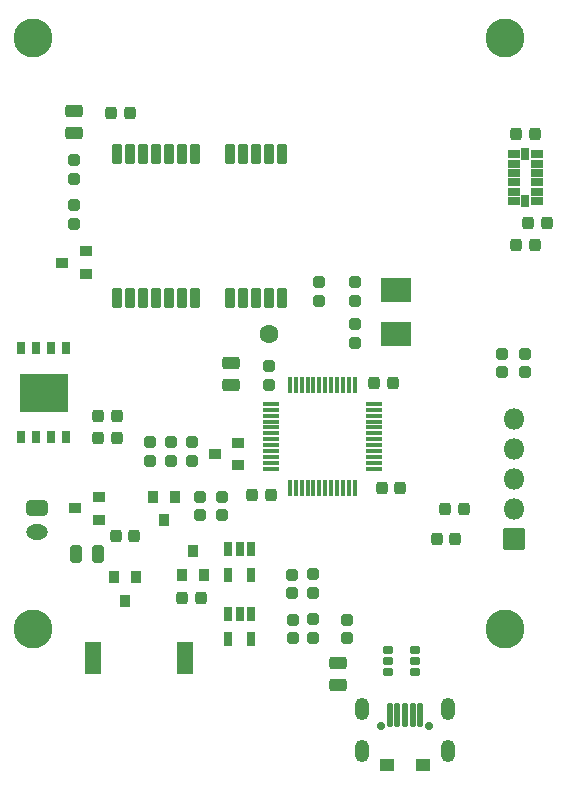
<source format=gbr>
%TF.GenerationSoftware,KiCad,Pcbnew,6.0.11+dfsg-1*%
%TF.CreationDate,2024-04-11T02:19:39+03:00*%
%TF.ProjectId,LocalTrack,4c6f6361-6c54-4726-9163-6b2e6b696361,1.3*%
%TF.SameCoordinates,PX7270e00PY47868c0*%
%TF.FileFunction,Soldermask,Top*%
%TF.FilePolarity,Negative*%
%FSLAX46Y46*%
G04 Gerber Fmt 4.6, Leading zero omitted, Abs format (unit mm)*
G04 Created by KiCad (PCBNEW 6.0.11+dfsg-1) date 2024-04-11 02:19:39*
%MOMM*%
%LPD*%
G01*
G04 APERTURE LIST*
G04 Aperture macros list*
%AMRoundRect*
0 Rectangle with rounded corners*
0 $1 Rounding radius*
0 $2 $3 $4 $5 $6 $7 $8 $9 X,Y pos of 4 corners*
0 Add a 4 corners polygon primitive as box body*
4,1,4,$2,$3,$4,$5,$6,$7,$8,$9,$2,$3,0*
0 Add four circle primitives for the rounded corners*
1,1,$1+$1,$2,$3*
1,1,$1+$1,$4,$5*
1,1,$1+$1,$6,$7*
1,1,$1+$1,$8,$9*
0 Add four rect primitives between the rounded corners*
20,1,$1+$1,$2,$3,$4,$5,0*
20,1,$1+$1,$4,$5,$6,$7,0*
20,1,$1+$1,$6,$7,$8,$9,0*
20,1,$1+$1,$8,$9,$2,$3,0*%
G04 Aperture macros list end*
%ADD10C,0.700000*%
%ADD11RoundRect,0.050000X-0.200000X-0.950000X0.200000X-0.950000X0.200000X0.950000X-0.200000X0.950000X0*%
%ADD12RoundRect,0.050000X-0.550000X-0.500000X0.550000X-0.500000X0.550000X0.500000X-0.550000X0.500000X0*%
%ADD13O,1.200000X1.900000*%
%ADD14RoundRect,0.050000X-0.300000X0.500000X-0.300000X-0.500000X0.300000X-0.500000X0.300000X0.500000X0*%
%ADD15RoundRect,0.050000X-2.000000X1.600000X-2.000000X-1.600000X2.000000X-1.600000X2.000000X1.600000X0*%
%ADD16RoundRect,0.050000X0.350000X-0.800000X0.350000X0.800000X-0.350000X0.800000X-0.350000X-0.800000X0*%
%ADD17C,3.300000*%
%ADD18RoundRect,0.268750X-0.218750X-0.256250X0.218750X-0.256250X0.218750X0.256250X-0.218750X0.256250X0*%
%ADD19RoundRect,0.050000X0.350000X0.255000X-0.350000X0.255000X-0.350000X-0.255000X0.350000X-0.255000X0*%
%ADD20RoundRect,0.268750X0.256250X-0.218750X0.256250X0.218750X-0.256250X0.218750X-0.256250X-0.218750X0*%
%ADD21RoundRect,0.268750X0.218750X0.256250X-0.218750X0.256250X-0.218750X-0.256250X0.218750X-0.256250X0*%
%ADD22RoundRect,0.050000X-0.125000X0.650000X-0.125000X-0.650000X0.125000X-0.650000X0.125000X0.650000X0*%
%ADD23RoundRect,0.050000X-0.650000X-0.125000X0.650000X-0.125000X0.650000X0.125000X-0.650000X0.125000X0*%
%ADD24RoundRect,0.050000X-0.325000X0.530000X-0.325000X-0.530000X0.325000X-0.530000X0.325000X0.530000X0*%
%ADD25RoundRect,0.268750X-0.256250X0.218750X-0.256250X-0.218750X0.256250X-0.218750X0.256250X0.218750X0*%
%ADD26RoundRect,0.050000X0.450000X0.400000X-0.450000X0.400000X-0.450000X-0.400000X0.450000X-0.400000X0*%
%ADD27RoundRect,0.050000X0.850000X0.850000X-0.850000X0.850000X-0.850000X-0.850000X0.850000X-0.850000X0*%
%ADD28O,1.800000X1.800000*%
%ADD29RoundRect,0.050000X0.475000X0.300000X-0.475000X0.300000X-0.475000X-0.300000X0.475000X-0.300000X0*%
%ADD30RoundRect,0.050000X0.300000X0.475000X-0.300000X0.475000X-0.300000X-0.475000X0.300000X-0.475000X0*%
%ADD31RoundRect,0.050000X1.200000X-1.000000X1.200000X1.000000X-1.200000X1.000000X-1.200000X-1.000000X0*%
%ADD32RoundRect,0.293750X0.456250X-0.243750X0.456250X0.243750X-0.456250X0.243750X-0.456250X-0.243750X0*%
%ADD33RoundRect,0.293750X-0.456250X0.243750X-0.456250X-0.243750X0.456250X-0.243750X0.456250X0.243750X0*%
%ADD34RoundRect,0.050000X-0.400000X0.450000X-0.400000X-0.450000X0.400000X-0.450000X0.400000X0.450000X0*%
%ADD35RoundRect,0.299600X-0.625400X0.350400X-0.625400X-0.350400X0.625400X-0.350400X0.625400X0.350400X0*%
%ADD36O,1.850000X1.300000*%
%ADD37RoundRect,0.050000X0.400000X-0.450000X0.400000X0.450000X-0.400000X0.450000X-0.400000X-0.450000X0*%
%ADD38RoundRect,0.293750X-0.243750X-0.456250X0.243750X-0.456250X0.243750X0.456250X-0.243750X0.456250X0*%
%ADD39RoundRect,0.050000X-0.650000X-1.300000X0.650000X-1.300000X0.650000X1.300000X-0.650000X1.300000X0*%
%ADD40C,1.600000*%
G04 APERTURE END LIST*
D10*
X34500000Y-70700000D03*
X38500000Y-70700000D03*
D11*
X35200000Y-69800000D03*
X35850000Y-69800000D03*
X36500000Y-69800000D03*
X37150000Y-69800000D03*
X37800000Y-69800000D03*
D12*
X35000000Y-74000000D03*
X38000000Y-74000000D03*
D13*
X40100000Y-72800000D03*
X40100000Y-69300000D03*
X32900000Y-72800000D03*
X32900000Y-69300000D03*
D14*
X7805000Y-38750000D03*
X6535000Y-38750000D03*
X5265000Y-38750000D03*
X3995000Y-38750000D03*
X3995000Y-46250000D03*
X5265000Y-46250000D03*
X6535000Y-46250000D03*
X7805000Y-46250000D03*
D15*
X5900000Y-42500000D03*
D16*
X12100000Y-34500000D03*
X13200000Y-34500000D03*
X14300000Y-34500000D03*
X15400000Y-34500000D03*
X16500000Y-34500000D03*
X17600000Y-34500000D03*
X18700000Y-34500000D03*
X21700000Y-34500000D03*
X22800000Y-34500000D03*
X23900000Y-34500000D03*
X25000000Y-34500000D03*
X26100000Y-34500000D03*
X26100000Y-22300000D03*
X25000000Y-22300000D03*
X23900000Y-22300000D03*
X22800000Y-22300000D03*
X21700000Y-22300000D03*
X18700000Y-22300000D03*
X17600000Y-22300000D03*
X16500000Y-22300000D03*
X15400000Y-22300000D03*
X14300000Y-22300000D03*
X13200000Y-22300000D03*
X12100000Y-22300000D03*
D17*
X5000000Y-62500000D03*
X45000000Y-62500000D03*
X45000000Y-12500000D03*
X5000000Y-12500000D03*
D18*
X45900000Y-20600000D03*
X47475000Y-20600000D03*
D19*
X37360000Y-66150000D03*
X37360000Y-65200000D03*
X37360000Y-64250000D03*
X35040000Y-64250000D03*
X35040000Y-65200000D03*
X35040000Y-66150000D03*
D20*
X44700000Y-40787500D03*
X44700000Y-39212500D03*
X46700000Y-40787500D03*
X46700000Y-39212500D03*
D21*
X47487500Y-30000000D03*
X45912500Y-30000000D03*
X36087500Y-50600000D03*
X34512500Y-50600000D03*
D22*
X32250000Y-41850000D03*
X31750000Y-41850000D03*
X31250000Y-41850000D03*
X30750000Y-41850000D03*
X30250000Y-41850000D03*
X29750000Y-41850000D03*
X29250000Y-41850000D03*
X28750000Y-41850000D03*
X28250000Y-41850000D03*
X27750000Y-41850000D03*
X27250000Y-41850000D03*
X26750000Y-41850000D03*
D23*
X25150000Y-43450000D03*
X25150000Y-43950000D03*
X25150000Y-44450000D03*
X25150000Y-44950000D03*
X25150000Y-45450000D03*
X25150000Y-45950000D03*
X25150000Y-46450000D03*
X25150000Y-46950000D03*
X25150000Y-47450000D03*
X25150000Y-47950000D03*
X25150000Y-48450000D03*
X25150000Y-48950000D03*
D22*
X26750000Y-50550000D03*
X27250000Y-50550000D03*
X27750000Y-50550000D03*
X28250000Y-50550000D03*
X28750000Y-50550000D03*
X29250000Y-50550000D03*
X29750000Y-50550000D03*
X30250000Y-50550000D03*
X30750000Y-50550000D03*
X31250000Y-50550000D03*
X31750000Y-50550000D03*
X32250000Y-50550000D03*
D23*
X33850000Y-48950000D03*
X33850000Y-48450000D03*
X33850000Y-47950000D03*
X33850000Y-47450000D03*
X33850000Y-46950000D03*
X33850000Y-46450000D03*
X33850000Y-45950000D03*
X33850000Y-45450000D03*
X33850000Y-44950000D03*
X33850000Y-44450000D03*
X33850000Y-43950000D03*
X33850000Y-43450000D03*
D24*
X23450000Y-61200000D03*
X22500000Y-61200000D03*
X21550000Y-61200000D03*
X21550000Y-63400000D03*
X23450000Y-63400000D03*
D21*
X48487500Y-28100000D03*
X46912500Y-28100000D03*
D25*
X32300000Y-36700000D03*
X32300000Y-38275000D03*
D21*
X35475000Y-41700000D03*
X33900000Y-41700000D03*
X12087500Y-46300000D03*
X10512500Y-46300000D03*
D20*
X29250000Y-34737500D03*
X29250000Y-33162500D03*
D18*
X11612500Y-18800000D03*
X13187500Y-18800000D03*
D26*
X9500000Y-32450000D03*
X9500000Y-30550000D03*
X7500000Y-31500000D03*
D21*
X41500000Y-52350000D03*
X39925000Y-52350000D03*
D25*
X8500000Y-22800000D03*
X8500000Y-24375000D03*
D27*
X45700000Y-54900000D03*
D28*
X45700000Y-52360000D03*
X45700000Y-49820000D03*
X45700000Y-47280000D03*
X45700000Y-44740000D03*
D20*
X8500000Y-28187500D03*
X8500000Y-26612500D03*
D29*
X47700000Y-26300000D03*
X47700000Y-25500000D03*
X47700000Y-24700000D03*
X47700000Y-23900000D03*
X47700000Y-23100000D03*
X47700000Y-22300000D03*
D30*
X46700000Y-22300000D03*
D29*
X45700000Y-22300000D03*
X45700000Y-23100000D03*
X45700000Y-23900000D03*
X45700000Y-24700000D03*
X45700000Y-25500000D03*
X45700000Y-26300000D03*
D30*
X46700000Y-26300000D03*
D31*
X35700000Y-37550000D03*
X35700000Y-33850000D03*
D20*
X32300000Y-34700000D03*
X32300000Y-33125000D03*
X31550000Y-63287500D03*
X31550000Y-61712500D03*
D25*
X18500000Y-46712500D03*
X18500000Y-48287500D03*
D32*
X21800000Y-41837500D03*
X21800000Y-39962500D03*
D33*
X30800000Y-65362500D03*
X30800000Y-67237500D03*
D20*
X28750000Y-59437500D03*
X28750000Y-57862500D03*
D25*
X28750000Y-61700000D03*
X28750000Y-63275000D03*
D20*
X27050000Y-63287500D03*
X27050000Y-61712500D03*
D21*
X40750000Y-54900000D03*
X39175000Y-54900000D03*
D32*
X8500000Y-20537500D03*
X8500000Y-18662500D03*
D25*
X26950000Y-57912500D03*
X26950000Y-59487500D03*
X24987500Y-40262500D03*
X24987500Y-41837500D03*
X16700000Y-46712500D03*
X16700000Y-48287500D03*
D20*
X14900000Y-48287500D03*
X14900000Y-46712500D03*
D18*
X10512500Y-44450000D03*
X12087500Y-44450000D03*
D21*
X19187500Y-59850000D03*
X17612500Y-59850000D03*
D24*
X23450000Y-55750000D03*
X22500000Y-55750000D03*
X21550000Y-55750000D03*
X21550000Y-57950000D03*
X23450000Y-57950000D03*
D34*
X13750000Y-58100000D03*
X11850000Y-58100000D03*
X12800000Y-60100000D03*
D35*
X5300000Y-52300000D03*
D36*
X5300000Y-54300000D03*
D18*
X23562500Y-51200000D03*
X25137500Y-51200000D03*
D37*
X17600000Y-57950000D03*
X19500000Y-57950000D03*
X18550000Y-55950000D03*
D26*
X10600000Y-53250000D03*
X10600000Y-51350000D03*
X8600000Y-52300000D03*
X22400000Y-48650000D03*
X22400000Y-46750000D03*
X20400000Y-47700000D03*
D38*
X8612500Y-56200000D03*
X10487500Y-56200000D03*
D39*
X10100000Y-65000000D03*
X17900000Y-65000000D03*
D18*
X12012500Y-54600000D03*
X13587500Y-54600000D03*
D20*
X21000000Y-52887500D03*
X21000000Y-51312500D03*
D25*
X19150000Y-51312500D03*
X19150000Y-52887500D03*
D34*
X17050000Y-51300000D03*
X15150000Y-51300000D03*
X16100000Y-53300000D03*
D40*
X25000000Y-37500000D03*
M02*

</source>
